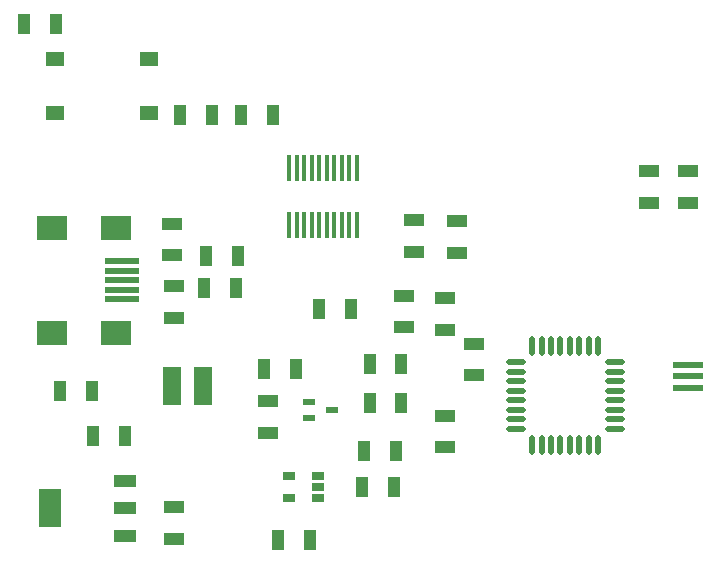
<source format=gtp>
G04*
G04 #@! TF.GenerationSoftware,Altium Limited,Altium Designer,18.0.9 (584)*
G04*
G04 Layer_Color=8421504*
%FSLAX25Y25*%
%MOIN*%
G70*
G01*
G75*
%ADD19R,0.06693X0.04331*%
%ADD20R,0.06102X0.05118*%
%ADD21R,0.04331X0.06693*%
%ADD22O,0.06496X0.02165*%
%ADD23O,0.02165X0.06496*%
%ADD24R,0.07284X0.12598*%
%ADD25R,0.07284X0.03937*%
%ADD26R,0.03937X0.02756*%
%ADD27R,0.09843X0.01968*%
%ADD28R,0.05906X0.12598*%
%ADD29R,0.11811X0.01968*%
%ADD30R,0.09843X0.07874*%
%ADD31R,0.03937X0.01968*%
%ADD32O,0.01575X0.08858*%
D19*
X145600Y78915D02*
D03*
Y68285D02*
D03*
X86400Y83715D02*
D03*
Y73085D02*
D03*
X155275Y92285D02*
D03*
Y102915D02*
D03*
X55200Y37885D02*
D03*
Y48515D02*
D03*
X145600Y107485D02*
D03*
Y118115D02*
D03*
X132000Y108285D02*
D03*
Y118915D02*
D03*
X149600Y143715D02*
D03*
Y133085D02*
D03*
X135200Y144000D02*
D03*
Y133370D02*
D03*
X226400Y149885D02*
D03*
Y160515D02*
D03*
X213600Y149885D02*
D03*
Y160515D02*
D03*
X55200Y122115D02*
D03*
Y111485D02*
D03*
X54400Y132285D02*
D03*
Y142915D02*
D03*
D20*
X46850Y179942D02*
D03*
X15550D02*
D03*
X46850Y197658D02*
D03*
X15550D02*
D03*
D21*
X120383Y83200D02*
D03*
X131013D02*
D03*
X5085Y209600D02*
D03*
X15715D02*
D03*
X28285Y72000D02*
D03*
X38915D02*
D03*
X89885Y37600D02*
D03*
X100515D02*
D03*
X129315Y67200D02*
D03*
X118685D02*
D03*
X88230Y179200D02*
D03*
X77600D02*
D03*
X57085D02*
D03*
X67715D02*
D03*
X128515Y55200D02*
D03*
X117885D02*
D03*
X131013Y96000D02*
D03*
X120383D02*
D03*
X65885Y132000D02*
D03*
X76515D02*
D03*
X65085Y121600D02*
D03*
X75715D02*
D03*
X95715Y94400D02*
D03*
X85085D02*
D03*
X114115Y114400D02*
D03*
X103485D02*
D03*
X27715Y87200D02*
D03*
X17085D02*
D03*
D22*
X202135Y74576D02*
D03*
Y77726D02*
D03*
Y80876D02*
D03*
Y84025D02*
D03*
Y87175D02*
D03*
Y90324D02*
D03*
Y93474D02*
D03*
Y96624D02*
D03*
X169065D02*
D03*
Y93474D02*
D03*
Y90324D02*
D03*
Y87175D02*
D03*
Y84025D02*
D03*
Y80876D02*
D03*
Y77726D02*
D03*
Y74576D02*
D03*
D23*
X196624Y102135D02*
D03*
X193474D02*
D03*
X190324D02*
D03*
X187175D02*
D03*
X184025D02*
D03*
X180876D02*
D03*
X177726D02*
D03*
X174576D02*
D03*
Y69065D02*
D03*
X177726D02*
D03*
X180876D02*
D03*
X184025D02*
D03*
X187175D02*
D03*
X190324D02*
D03*
X193474D02*
D03*
X196624D02*
D03*
D24*
X13900Y48000D02*
D03*
D25*
X38900Y57055D02*
D03*
Y48000D02*
D03*
Y38945D02*
D03*
D26*
X93676Y51460D02*
D03*
Y58940D02*
D03*
X103124D02*
D03*
Y55200D02*
D03*
Y51460D02*
D03*
D27*
X226400Y95937D02*
D03*
Y92000D02*
D03*
Y88063D02*
D03*
D28*
X65030Y88800D02*
D03*
X54400Y88800D02*
D03*
D29*
X37835Y130299D02*
D03*
Y127150D02*
D03*
Y124000D02*
D03*
X37815Y120850D02*
D03*
Y117701D02*
D03*
D30*
X14410Y106480D02*
D03*
X35866D02*
D03*
X14410Y141520D02*
D03*
X35866D02*
D03*
D31*
X108000Y80800D02*
D03*
X100224Y78241D02*
D03*
Y83359D02*
D03*
D32*
X116193Y161284D02*
D03*
X113693D02*
D03*
X111194D02*
D03*
X108694D02*
D03*
X106193D02*
D03*
X103693D02*
D03*
X101193D02*
D03*
X98694D02*
D03*
X96193D02*
D03*
X93694D02*
D03*
X116193Y142584D02*
D03*
X113693D02*
D03*
X111194D02*
D03*
X108694D02*
D03*
X106193D02*
D03*
X103693D02*
D03*
X101193D02*
D03*
X98694D02*
D03*
X96193D02*
D03*
X93694D02*
D03*
M02*

</source>
